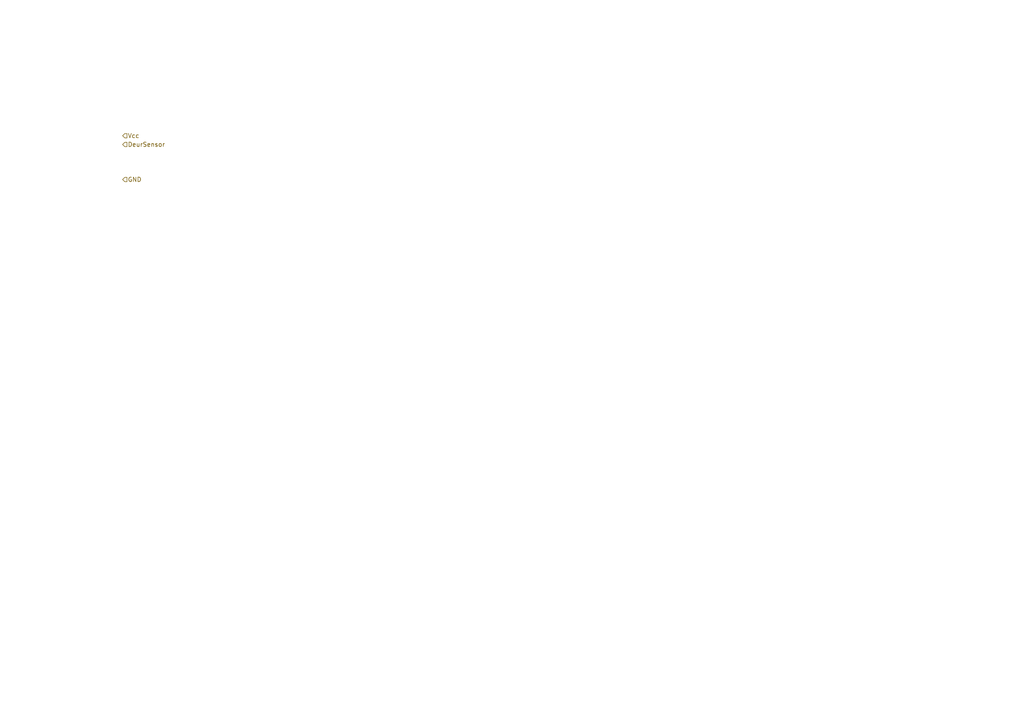
<source format=kicad_sch>
(kicad_sch (version 20211123) (generator eeschema)
  (paper "A4")
  (lib_symbols)
  (hierarchical_label "Vcc" (shape input) (at 35.56 39.37 0))
  (hierarchical_label "GND" (shape input) (at 35.56 52.07 0))
  (hierarchical_label "DeurSensor" (shape input) (at 35.56 41.91 0))
)
</source>
